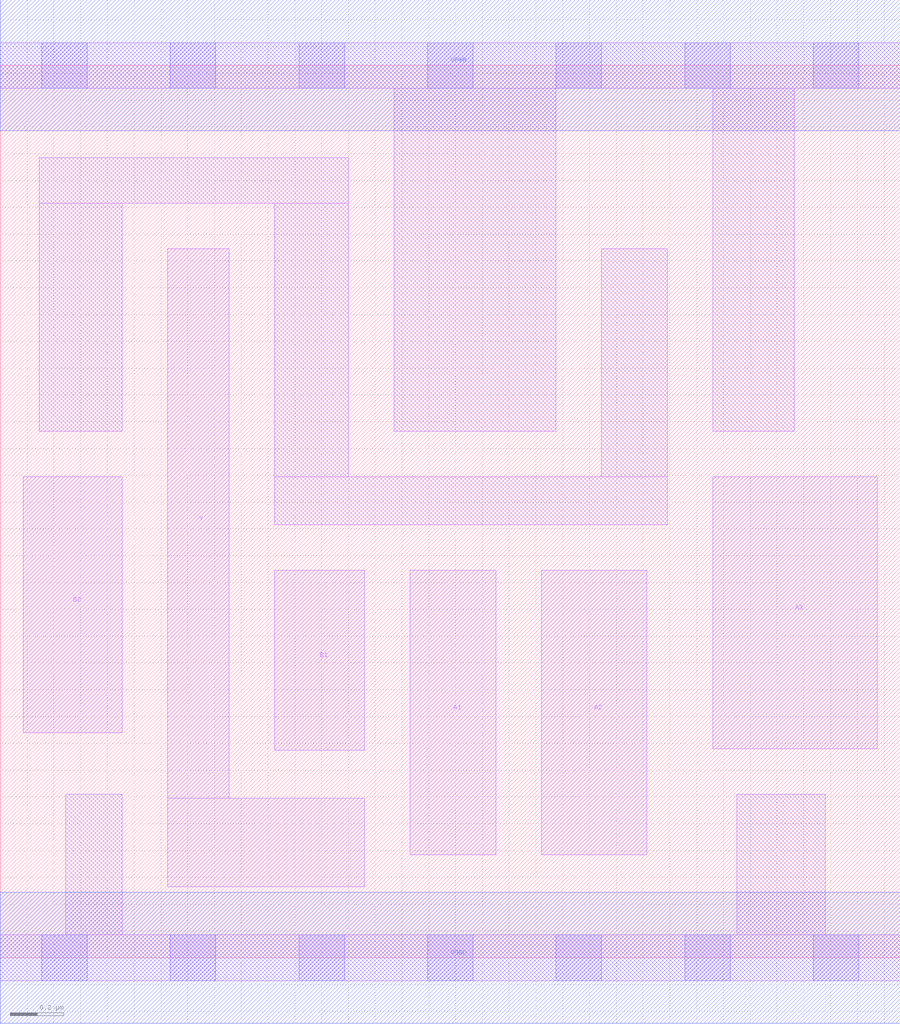
<source format=lef>
# Copyright 2020 The SkyWater PDK Authors
#
# Licensed under the Apache License, Version 2.0 (the "License");
# you may not use this file except in compliance with the License.
# You may obtain a copy of the License at
#
#     https://www.apache.org/licenses/LICENSE-2.0
#
# Unless required by applicable law or agreed to in writing, software
# distributed under the License is distributed on an "AS IS" BASIS,
# WITHOUT WARRANTIES OR CONDITIONS OF ANY KIND, either express or implied.
# See the License for the specific language governing permissions and
# limitations under the License.
#
# SPDX-License-Identifier: Apache-2.0

VERSION 5.7 ;
  NAMESCASESENSITIVE ON ;
  NOWIREEXTENSIONATPIN ON ;
  DIVIDERCHAR "/" ;
  BUSBITCHARS "[]" ;
UNITS
  DATABASE MICRONS 200 ;
END UNITS
MACRO sky130_fd_sc_lp__a32oi_0
  CLASS CORE ;
  FOREIGN sky130_fd_sc_lp__a32oi_0 ;
  ORIGIN  0.000000  0.000000 ;
  SIZE  3.360000 BY  3.330000 ;
  SYMMETRY X Y R90 ;
  SITE unit ;
  PIN A1
    ANTENNAGATEAREA  0.159000 ;
    DIRECTION INPUT ;
    USE SIGNAL ;
    PORT
      LAYER li1 ;
        RECT 1.530000 0.385000 1.850000 1.445000 ;
    END
  END A1
  PIN A2
    ANTENNAGATEAREA  0.159000 ;
    DIRECTION INPUT ;
    USE SIGNAL ;
    PORT
      LAYER li1 ;
        RECT 2.020000 0.385000 2.415000 1.445000 ;
    END
  END A2
  PIN A3
    ANTENNAGATEAREA  0.159000 ;
    DIRECTION INPUT ;
    USE SIGNAL ;
    PORT
      LAYER li1 ;
        RECT 2.660000 0.780000 3.275000 1.795000 ;
    END
  END A3
  PIN B1
    ANTENNAGATEAREA  0.159000 ;
    DIRECTION INPUT ;
    USE SIGNAL ;
    PORT
      LAYER li1 ;
        RECT 1.025000 0.775000 1.360000 1.445000 ;
    END
  END B1
  PIN B2
    ANTENNAGATEAREA  0.159000 ;
    DIRECTION INPUT ;
    USE SIGNAL ;
    PORT
      LAYER li1 ;
        RECT 0.085000 0.840000 0.455000 1.795000 ;
    END
  END B2
  PIN Y
    ANTENNADIFFAREA  0.355600 ;
    DIRECTION OUTPUT ;
    USE SIGNAL ;
    PORT
      LAYER li1 ;
        RECT 0.625000 0.265000 1.360000 0.595000 ;
        RECT 0.625000 0.595000 0.855000 2.645000 ;
    END
  END Y
  PIN VGND
    DIRECTION INOUT ;
    USE GROUND ;
    PORT
      LAYER met1 ;
        RECT 0.000000 -0.245000 3.360000 0.245000 ;
    END
  END VGND
  PIN VPWR
    DIRECTION INOUT ;
    USE POWER ;
    PORT
      LAYER met1 ;
        RECT 0.000000 3.085000 3.360000 3.575000 ;
    END
  END VPWR
  OBS
    LAYER li1 ;
      RECT 0.000000 -0.085000 3.360000 0.085000 ;
      RECT 0.000000  3.245000 3.360000 3.415000 ;
      RECT 0.145000  1.965000 0.455000 2.815000 ;
      RECT 0.145000  2.815000 1.300000 2.985000 ;
      RECT 0.245000  0.085000 0.455000 0.610000 ;
      RECT 1.025000  1.615000 2.490000 1.795000 ;
      RECT 1.025000  1.795000 1.300000 2.815000 ;
      RECT 1.470000  1.965000 2.075000 3.245000 ;
      RECT 2.245000  1.795000 2.490000 2.645000 ;
      RECT 2.660000  1.965000 2.965000 3.245000 ;
      RECT 2.750000  0.085000 3.080000 0.610000 ;
    LAYER mcon ;
      RECT 0.155000 -0.085000 0.325000 0.085000 ;
      RECT 0.155000  3.245000 0.325000 3.415000 ;
      RECT 0.635000 -0.085000 0.805000 0.085000 ;
      RECT 0.635000  3.245000 0.805000 3.415000 ;
      RECT 1.115000 -0.085000 1.285000 0.085000 ;
      RECT 1.115000  3.245000 1.285000 3.415000 ;
      RECT 1.595000 -0.085000 1.765000 0.085000 ;
      RECT 1.595000  3.245000 1.765000 3.415000 ;
      RECT 2.075000 -0.085000 2.245000 0.085000 ;
      RECT 2.075000  3.245000 2.245000 3.415000 ;
      RECT 2.555000 -0.085000 2.725000 0.085000 ;
      RECT 2.555000  3.245000 2.725000 3.415000 ;
      RECT 3.035000 -0.085000 3.205000 0.085000 ;
      RECT 3.035000  3.245000 3.205000 3.415000 ;
  END
END sky130_fd_sc_lp__a32oi_0
END LIBRARY

</source>
